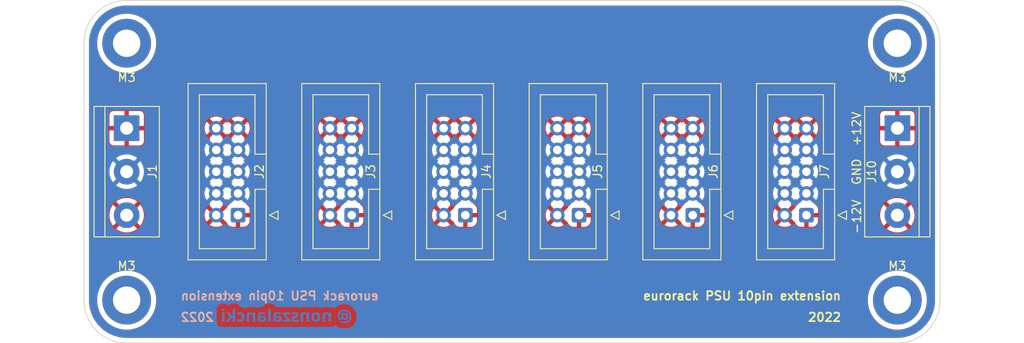
<source format=kicad_pcb>
(kicad_pcb (version 20211014) (generator pcbnew)
  (layers (0 "F.Cu" signal) (31 "B.Cu" signal) (34 "B.Paste" user) (35 "F.Paste" user) (36 "B.SilkS" user "B.Silkscreen") (37 "F.SilkS" user "F.Silkscreen") (38 "B.Mask" user) (39 "F.Mask" user) (44 "Edge.Cuts" user))
  (net 0 "")
  (net 1 "+12V")
  (net 2 "GND")
  (net 3 "-12V")
  (footprint "Connector_IDC:IDC-Header_2x05_P2.54mm_Vertical" (layer "F.Cu") (at 62.278928 58.08 180)
    (fp_text reference "J3")
    (fp_text value "Conn_02x05_Top_Bottom")
  )
  (footprint "MountingHole:MountingHole_3.2mm_M3_ISO7380_Pad" (layer "F.Cu") (at 126 68)
    (fp_text reference "M3")
    (fp_text value "MountingHole_3.2mm_M3_ISO7380_Pad")
  )
  (footprint "Connector_IDC:IDC-Header_2x05_P2.54mm_Vertical" (layer "F.Cu") (at 49.0025 58.08 180)
    (fp_text reference "J2")
    (fp_text value "Conn_02x05_Top_Bottom")
  )
  (footprint "Connector_IDC:IDC-Header_2x05_P2.54mm_Vertical" (layer "F.Cu") (at 102.108212 58.08 180)
    (fp_text reference "J6")
    (fp_text value "Conn_02x05_Top_Bottom")
  )
  (footprint "MountingHole:MountingHole_3.2mm_M3_ISO7380_Pad" (layer "F.Cu") (at 126 38)
    (fp_text reference "M3")
    (fp_text value "MountingHole_3.2mm_M3_ISO7380_Pad")
  )
  (footprint "TerminalBlock:TerminalBlock_bornier-3_P5.08mm" (layer "F.Cu") (at 126 58.08 90)
    (fp_text reference "J10")
    (fp_text value "Screw_Terminal_01x03")
  )
  (footprint "Connector_IDC:IDC-Header_2x05_P2.54mm_Vertical" (layer "F.Cu") (at 75.555356 58.08 180)
    (fp_text reference "J4")
    (fp_text value "Conn_02x05_Top_Bottom")
  )
  (footprint "MountingHole:MountingHole_3.2mm_M3_ISO7380_Pad" (layer "F.Cu") (at 36 38)
    (fp_text reference "M3")
    (fp_text value "MountingHole_3.2mm_M3_ISO7380_Pad")
  )
  (footprint "Connector_IDC:IDC-Header_2x05_P2.54mm_Vertical" (layer "F.Cu") (at 115.38464 58.08 180)
    (fp_text reference "J7")
    (fp_text value "Conn_02x05_Top_Bottom")
  )
  (footprint "Connector_IDC:IDC-Header_2x05_P2.54mm_Vertical" (layer "F.Cu") (at 88.831784 58.08 180)
    (fp_text reference "J5")
    (fp_text value "Conn_02x05_Top_Bottom")
  )
  (footprint "MountingHole:MountingHole_3.2mm_M3_ISO7380_Pad" (layer "F.Cu") (at 36 68)
    (fp_text reference "M3")
    (fp_text value "MountingHole_3.2mm_M3_ISO7380_Pad")
  )
  (footprint "Signature:@ nonszalancki 2-sans-serif-bold-nomask" (layer "F.Cu") (at 99.5 69)
    (fp_text reference "svg2mod" hide)
    (fp_text value "G***" hide)
  )
  (footprint "TerminalBlock:TerminalBlock_bornier-3_P5.08mm" (layer "F.Cu") (at 36 47.92 -90)
    (fp_text reference "J1")
    (fp_text value "Screw_Terminal_01x03")
  )
  (footprint "Signature:@ nonszalancki 2-sans-serif-bold-nomask" (layer "B.Cu") (at 62.239934 69 180)
    (fp_text reference "svg2mod" hide)
    (fp_text value "G***" hide)
  )
  (gr_line (start 31 38) (end 31 68) (layer "Edge.Cuts") (width 0.1))
  (gr_arc (start 126 33) (mid 129.535534 34.464466) (end 131 38) (layer "Edge.Cuts") (width 0.1))
  (gr_line (start 126 33) (end 36 33) (layer "Edge.Cuts") (width 0.1))
  (gr_arc (start 36 73) (mid 32.464466 71.535534) (end 31 68) (layer "Edge.Cuts") (width 0.1))
  (gr_arc (start 131 68) (mid 129.535534 71.535534) (end 126 73) (layer "Edge.Cuts") (width 0.1))
  (gr_line (start 131 68) (end 131 38) (layer "Edge.Cuts") (width 0.1))
  (gr_arc (start 31 38) (mid 32.464466 34.464466) (end 36 33) (layer "Edge.Cuts") (width 0.1))
  (gr_line (start 36 73) (end 126 73) (layer "Edge.Cuts") (width 0.1))
  (gr_text "eurorack PSU 10pin extension " (at 53.489934 67.5) (layer "B.SilkS") (effects (font (size 1 1) (thickness 0.2)) (justify mirror)))
  (gr_text "2022" (at 44.239934 70) (layer "B.SilkS") (effects (font (size 1 1) (thickness 0.2)) (justify mirror)))
  (gr_text "eurorack PSU 10pin extension " (at 108.25 67.5) (layer "F.SilkS") (effects (font (size 1 1) (thickness 0.2))))
  (gr_text "2022" (at 117.5 70) (layer "F.SilkS") (effects (font (size 1 1) (thickness 0.2))))
  (zone (net 1) (net_name "+12V") (layer "F.Cu") (name "+12V") (connect_pads (clearance 0.6)) (min_thickness 0.254) (fill yes (thermal_gap 0.508) (thermal_bridge_width 0.508) (smoothing fillet) (radius 1))
    (polygon (pts (xy 131 52.5) (xy 31 52.5) (xy 31 33) (xy 131 33)))
  )
  (zone (net 3) (net_name "-12V") (layer "F.Cu") (name "-12V") (priority 1) (connect_pads (clearance 0.6)) (min_thickness 0.254) (fill yes (thermal_gap 0.508) (thermal_bridge_width 0.508) (smoothing fillet) (radius 1))
    (polygon (pts (xy 131 73) (xy 31 73) (xy 31 53.5) (xy 131 53.5)))
  )
  (zone (net 2) (net_name "GND") (layer "B.Cu") (name "GND") (connect_pads (clearance 0.6)) (min_thickness 0.254) (fill yes (thermal_gap 0.508) (thermal_bridge_width 0.508) (smoothing fillet) (radius 1))
    (polygon (pts (xy 131 33) (xy 131 73) (xy 31 73) (xy 31 33)))
  )
)
</source>
